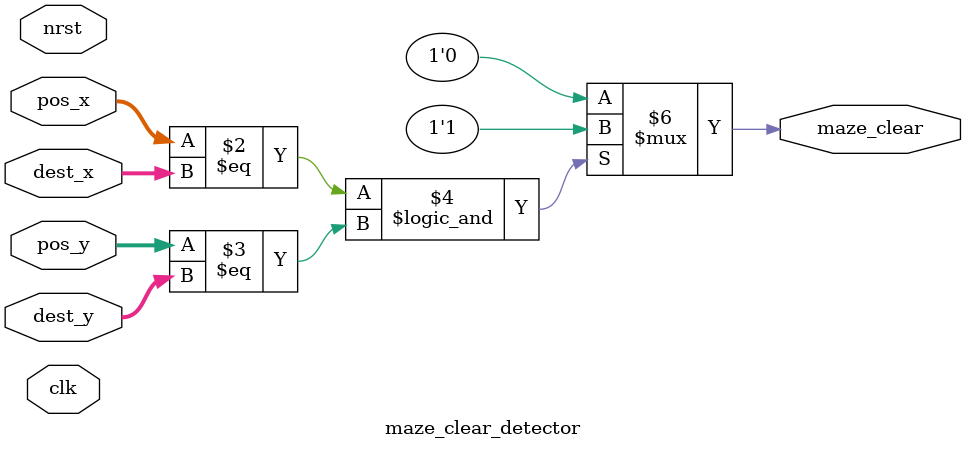
<source format=sv>
/*
    Module: maze_clear_detector.sv
    Description:
        Detect whether the mazer location and the destination match,
    if match send the maze_clear signal to high
*/
`define SELECT 6'b000001
`define UP 6'b000010
`define RIGHT 6'b000100
`define DOWN 6'b001000
`define LEFT 6'b010000
`define BACK 6'b100000
`define NO_PRESS 6'b000000

module maze_clear_detector(
    input logic nrst,
    input logic clk,
    input logic [2:0] pos_x,
    input logic [2:0] pos_y,
    input logic [2:0] dest_x,
    input logic [2:0] dest_y,
    output logic maze_clear
);

    always_comb begin
        if(pos_x == dest_x && pos_y == dest_y) begin
            maze_clear = 1'b1;
        end else begin
            maze_clear = 1'b0;
        end
    end
endmodule
</source>
